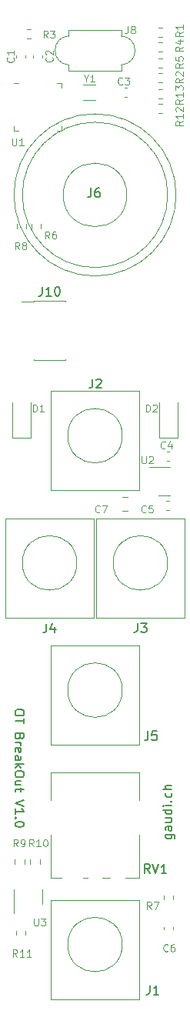
<source format=gbr>
%TF.GenerationSoftware,KiCad,Pcbnew,6.0.11-2627ca5db0~126~ubuntu22.04.1*%
%TF.CreationDate,2023-05-04T09:26:43+02:00*%
%TF.ProjectId,OTBreakOut,4f544272-6561-46b4-9f75-742e6b696361,rev?*%
%TF.SameCoordinates,Original*%
%TF.FileFunction,Legend,Top*%
%TF.FilePolarity,Positive*%
%FSLAX46Y46*%
G04 Gerber Fmt 4.6, Leading zero omitted, Abs format (unit mm)*
G04 Created by KiCad (PCBNEW 6.0.11-2627ca5db0~126~ubuntu22.04.1) date 2023-05-04 09:26:43*
%MOMM*%
%LPD*%
G01*
G04 APERTURE LIST*
%ADD10C,0.150000*%
%ADD11C,0.120000*%
G04 APERTURE END LIST*
D10*
X92197619Y-132385714D02*
X92197619Y-132576190D01*
X92150000Y-132671428D01*
X92054761Y-132766666D01*
X91864285Y-132814285D01*
X91530952Y-132814285D01*
X91340476Y-132766666D01*
X91245238Y-132671428D01*
X91197619Y-132576190D01*
X91197619Y-132385714D01*
X91245238Y-132290476D01*
X91340476Y-132195238D01*
X91530952Y-132147619D01*
X91864285Y-132147619D01*
X92054761Y-132195238D01*
X92150000Y-132290476D01*
X92197619Y-132385714D01*
X92197619Y-133100000D02*
X92197619Y-133671428D01*
X91197619Y-133385714D02*
X92197619Y-133385714D01*
X91721428Y-135100000D02*
X91673809Y-135242857D01*
X91626190Y-135290476D01*
X91530952Y-135338095D01*
X91388095Y-135338095D01*
X91292857Y-135290476D01*
X91245238Y-135242857D01*
X91197619Y-135147619D01*
X91197619Y-134766666D01*
X92197619Y-134766666D01*
X92197619Y-135100000D01*
X92150000Y-135195238D01*
X92102380Y-135242857D01*
X92007142Y-135290476D01*
X91911904Y-135290476D01*
X91816666Y-135242857D01*
X91769047Y-135195238D01*
X91721428Y-135100000D01*
X91721428Y-134766666D01*
X91197619Y-135766666D02*
X91864285Y-135766666D01*
X91673809Y-135766666D02*
X91769047Y-135814285D01*
X91816666Y-135861904D01*
X91864285Y-135957142D01*
X91864285Y-136052380D01*
X91245238Y-136766666D02*
X91197619Y-136671428D01*
X91197619Y-136480952D01*
X91245238Y-136385714D01*
X91340476Y-136338095D01*
X91721428Y-136338095D01*
X91816666Y-136385714D01*
X91864285Y-136480952D01*
X91864285Y-136671428D01*
X91816666Y-136766666D01*
X91721428Y-136814285D01*
X91626190Y-136814285D01*
X91530952Y-136338095D01*
X91197619Y-137671428D02*
X91721428Y-137671428D01*
X91816666Y-137623809D01*
X91864285Y-137528571D01*
X91864285Y-137338095D01*
X91816666Y-137242857D01*
X91245238Y-137671428D02*
X91197619Y-137576190D01*
X91197619Y-137338095D01*
X91245238Y-137242857D01*
X91340476Y-137195238D01*
X91435714Y-137195238D01*
X91530952Y-137242857D01*
X91578571Y-137338095D01*
X91578571Y-137576190D01*
X91626190Y-137671428D01*
X91197619Y-138147619D02*
X92197619Y-138147619D01*
X91578571Y-138242857D02*
X91197619Y-138528571D01*
X91864285Y-138528571D02*
X91483333Y-138147619D01*
X92197619Y-139147619D02*
X92197619Y-139338095D01*
X92150000Y-139433333D01*
X92054761Y-139528571D01*
X91864285Y-139576190D01*
X91530952Y-139576190D01*
X91340476Y-139528571D01*
X91245238Y-139433333D01*
X91197619Y-139338095D01*
X91197619Y-139147619D01*
X91245238Y-139052380D01*
X91340476Y-138957142D01*
X91530952Y-138909523D01*
X91864285Y-138909523D01*
X92054761Y-138957142D01*
X92150000Y-139052380D01*
X92197619Y-139147619D01*
X91864285Y-140433333D02*
X91197619Y-140433333D01*
X91864285Y-140004761D02*
X91340476Y-140004761D01*
X91245238Y-140052380D01*
X91197619Y-140147619D01*
X91197619Y-140290476D01*
X91245238Y-140385714D01*
X91292857Y-140433333D01*
X91864285Y-140766666D02*
X91864285Y-141147619D01*
X92197619Y-140909523D02*
X91340476Y-140909523D01*
X91245238Y-140957142D01*
X91197619Y-141052380D01*
X91197619Y-141147619D01*
X92197619Y-142100000D02*
X91197619Y-142433333D01*
X92197619Y-142766666D01*
X91197619Y-143623809D02*
X91197619Y-143052380D01*
X91197619Y-143338095D02*
X92197619Y-143338095D01*
X92054761Y-143242857D01*
X91959523Y-143147619D01*
X91911904Y-143052380D01*
X91292857Y-144052380D02*
X91245238Y-144100000D01*
X91197619Y-144052380D01*
X91245238Y-144004761D01*
X91292857Y-144052380D01*
X91197619Y-144052380D01*
X92197619Y-144719047D02*
X92197619Y-144814285D01*
X92150000Y-144909523D01*
X92102380Y-144957142D01*
X92007142Y-145004761D01*
X91816666Y-145052380D01*
X91578571Y-145052380D01*
X91388095Y-145004761D01*
X91292857Y-144957142D01*
X91245238Y-144909523D01*
X91197619Y-144814285D01*
X91197619Y-144719047D01*
X91245238Y-144623809D01*
X91292857Y-144576190D01*
X91388095Y-144528571D01*
X91578571Y-144480952D01*
X91816666Y-144480952D01*
X92007142Y-144528571D01*
X92102380Y-144576190D01*
X92150000Y-144623809D01*
X92197619Y-144719047D01*
X107785714Y-145900000D02*
X108595238Y-145900000D01*
X108690476Y-145947619D01*
X108738095Y-145995238D01*
X108785714Y-146090476D01*
X108785714Y-146233333D01*
X108738095Y-146328571D01*
X108404761Y-145900000D02*
X108452380Y-145995238D01*
X108452380Y-146185714D01*
X108404761Y-146280952D01*
X108357142Y-146328571D01*
X108261904Y-146376190D01*
X107976190Y-146376190D01*
X107880952Y-146328571D01*
X107833333Y-146280952D01*
X107785714Y-146185714D01*
X107785714Y-145995238D01*
X107833333Y-145900000D01*
X108452380Y-144995238D02*
X107928571Y-144995238D01*
X107833333Y-145042857D01*
X107785714Y-145138095D01*
X107785714Y-145328571D01*
X107833333Y-145423809D01*
X108404761Y-144995238D02*
X108452380Y-145090476D01*
X108452380Y-145328571D01*
X108404761Y-145423809D01*
X108309523Y-145471428D01*
X108214285Y-145471428D01*
X108119047Y-145423809D01*
X108071428Y-145328571D01*
X108071428Y-145090476D01*
X108023809Y-144995238D01*
X107785714Y-144090476D02*
X108452380Y-144090476D01*
X107785714Y-144519047D02*
X108309523Y-144519047D01*
X108404761Y-144471428D01*
X108452380Y-144376190D01*
X108452380Y-144233333D01*
X108404761Y-144138095D01*
X108357142Y-144090476D01*
X108452380Y-143185714D02*
X107452380Y-143185714D01*
X108404761Y-143185714D02*
X108452380Y-143280952D01*
X108452380Y-143471428D01*
X108404761Y-143566666D01*
X108357142Y-143614285D01*
X108261904Y-143661904D01*
X107976190Y-143661904D01*
X107880952Y-143614285D01*
X107833333Y-143566666D01*
X107785714Y-143471428D01*
X107785714Y-143280952D01*
X107833333Y-143185714D01*
X108452380Y-142709523D02*
X107785714Y-142709523D01*
X107452380Y-142709523D02*
X107500000Y-142757142D01*
X107547619Y-142709523D01*
X107500000Y-142661904D01*
X107452380Y-142709523D01*
X107547619Y-142709523D01*
X108357142Y-142233333D02*
X108404761Y-142185714D01*
X108452380Y-142233333D01*
X108404761Y-142280952D01*
X108357142Y-142233333D01*
X108452380Y-142233333D01*
X108404761Y-141328571D02*
X108452380Y-141423809D01*
X108452380Y-141614285D01*
X108404761Y-141709523D01*
X108357142Y-141757142D01*
X108261904Y-141804761D01*
X107976190Y-141804761D01*
X107880952Y-141757142D01*
X107833333Y-141709523D01*
X107785714Y-141614285D01*
X107785714Y-141423809D01*
X107833333Y-141328571D01*
X108452380Y-140900000D02*
X107452380Y-140900000D01*
X108452380Y-140471428D02*
X107928571Y-140471428D01*
X107833333Y-140519047D01*
X107785714Y-140614285D01*
X107785714Y-140757142D01*
X107833333Y-140852380D01*
X107880952Y-140900000D01*
D11*
%TO.C,U1*%
X90890476Y-69261904D02*
X90890476Y-69909523D01*
X90928571Y-69985714D01*
X90966666Y-70023809D01*
X91042857Y-70061904D01*
X91195238Y-70061904D01*
X91271428Y-70023809D01*
X91309523Y-69985714D01*
X91347619Y-69909523D01*
X91347619Y-69261904D01*
X92147619Y-70061904D02*
X91690476Y-70061904D01*
X91919047Y-70061904D02*
X91919047Y-69261904D01*
X91842857Y-69376190D01*
X91766666Y-69452380D01*
X91690476Y-69490476D01*
%TO.C,R1*%
X109661904Y-57553333D02*
X109280952Y-57820000D01*
X109661904Y-58010476D02*
X108861904Y-58010476D01*
X108861904Y-57705714D01*
X108900000Y-57629523D01*
X108938095Y-57591428D01*
X109014285Y-57553333D01*
X109128571Y-57553333D01*
X109204761Y-57591428D01*
X109242857Y-57629523D01*
X109280952Y-57705714D01*
X109280952Y-58010476D01*
X109661904Y-56791428D02*
X109661904Y-57248571D01*
X109661904Y-57020000D02*
X108861904Y-57020000D01*
X108976190Y-57096190D01*
X109052380Y-57172380D01*
X109090476Y-57248571D01*
D10*
%TO.C,J10*%
X94190476Y-85617380D02*
X94190476Y-86331666D01*
X94142857Y-86474523D01*
X94047619Y-86569761D01*
X93904761Y-86617380D01*
X93809523Y-86617380D01*
X95190476Y-86617380D02*
X94619047Y-86617380D01*
X94904761Y-86617380D02*
X94904761Y-85617380D01*
X94809523Y-85760238D01*
X94714285Y-85855476D01*
X94619047Y-85903095D01*
X95809523Y-85617380D02*
X95904761Y-85617380D01*
X96000000Y-85665000D01*
X96047619Y-85712619D01*
X96095238Y-85807857D01*
X96142857Y-85998333D01*
X96142857Y-86236428D01*
X96095238Y-86426904D01*
X96047619Y-86522142D01*
X96000000Y-86569761D01*
X95904761Y-86617380D01*
X95809523Y-86617380D01*
X95714285Y-86569761D01*
X95666666Y-86522142D01*
X95619047Y-86426904D01*
X95571428Y-86236428D01*
X95571428Y-85998333D01*
X95619047Y-85807857D01*
X95666666Y-85712619D01*
X95714285Y-85665000D01*
X95809523Y-85617380D01*
D11*
%TO.C,Y1*%
X99019047Y-62680952D02*
X99019047Y-63061904D01*
X98752380Y-62261904D02*
X99019047Y-62680952D01*
X99285714Y-62261904D01*
X99971428Y-63061904D02*
X99514285Y-63061904D01*
X99742857Y-63061904D02*
X99742857Y-62261904D01*
X99666666Y-62376190D01*
X99590476Y-62452380D01*
X99514285Y-62490476D01*
D10*
%TO.C,RV1*%
X106054761Y-150152380D02*
X105721428Y-149676190D01*
X105483333Y-150152380D02*
X105483333Y-149152380D01*
X105864285Y-149152380D01*
X105959523Y-149200000D01*
X106007142Y-149247619D01*
X106054761Y-149342857D01*
X106054761Y-149485714D01*
X106007142Y-149580952D01*
X105959523Y-149628571D01*
X105864285Y-149676190D01*
X105483333Y-149676190D01*
X106340476Y-149152380D02*
X106673809Y-150152380D01*
X107007142Y-149152380D01*
X107864285Y-150152380D02*
X107292857Y-150152380D01*
X107578571Y-150152380D02*
X107578571Y-149152380D01*
X107483333Y-149295238D01*
X107388095Y-149390476D01*
X107292857Y-149438095D01*
D11*
%TO.C,C2*%
X95265714Y-60363333D02*
X95303809Y-60401428D01*
X95341904Y-60515714D01*
X95341904Y-60591904D01*
X95303809Y-60706190D01*
X95227619Y-60782380D01*
X95151428Y-60820476D01*
X94999047Y-60858571D01*
X94884761Y-60858571D01*
X94732380Y-60820476D01*
X94656190Y-60782380D01*
X94580000Y-60706190D01*
X94541904Y-60591904D01*
X94541904Y-60515714D01*
X94580000Y-60401428D01*
X94618095Y-60363333D01*
X94618095Y-60058571D02*
X94580000Y-60020476D01*
X94541904Y-59944285D01*
X94541904Y-59753809D01*
X94580000Y-59677619D01*
X94618095Y-59639523D01*
X94694285Y-59601428D01*
X94770476Y-59601428D01*
X94884761Y-59639523D01*
X95341904Y-60096666D01*
X95341904Y-59601428D01*
%TO.C,C3*%
X103026666Y-63285714D02*
X102988571Y-63323809D01*
X102874285Y-63361904D01*
X102798095Y-63361904D01*
X102683809Y-63323809D01*
X102607619Y-63247619D01*
X102569523Y-63171428D01*
X102531428Y-63019047D01*
X102531428Y-62904761D01*
X102569523Y-62752380D01*
X102607619Y-62676190D01*
X102683809Y-62600000D01*
X102798095Y-62561904D01*
X102874285Y-62561904D01*
X102988571Y-62600000D01*
X103026666Y-62638095D01*
X103293333Y-62561904D02*
X103788571Y-62561904D01*
X103521904Y-62866666D01*
X103636190Y-62866666D01*
X103712380Y-62904761D01*
X103750476Y-62942857D01*
X103788571Y-63019047D01*
X103788571Y-63209523D01*
X103750476Y-63285714D01*
X103712380Y-63323809D01*
X103636190Y-63361904D01*
X103407619Y-63361904D01*
X103331428Y-63323809D01*
X103293333Y-63285714D01*
%TO.C,C4*%
X107716666Y-103335714D02*
X107678571Y-103373809D01*
X107564285Y-103411904D01*
X107488095Y-103411904D01*
X107373809Y-103373809D01*
X107297619Y-103297619D01*
X107259523Y-103221428D01*
X107221428Y-103069047D01*
X107221428Y-102954761D01*
X107259523Y-102802380D01*
X107297619Y-102726190D01*
X107373809Y-102650000D01*
X107488095Y-102611904D01*
X107564285Y-102611904D01*
X107678571Y-102650000D01*
X107716666Y-102688095D01*
X108402380Y-102878571D02*
X108402380Y-103411904D01*
X108211904Y-102573809D02*
X108021428Y-103145238D01*
X108516666Y-103145238D01*
D10*
%TO.C,J6*%
X99566666Y-74752380D02*
X99566666Y-75466666D01*
X99519047Y-75609523D01*
X99423809Y-75704761D01*
X99280952Y-75752380D01*
X99185714Y-75752380D01*
X100471428Y-74752380D02*
X100280952Y-74752380D01*
X100185714Y-74800000D01*
X100138095Y-74847619D01*
X100042857Y-74990476D01*
X99995238Y-75180952D01*
X99995238Y-75561904D01*
X100042857Y-75657142D01*
X100090476Y-75704761D01*
X100185714Y-75752380D01*
X100376190Y-75752380D01*
X100471428Y-75704761D01*
X100519047Y-75657142D01*
X100566666Y-75561904D01*
X100566666Y-75323809D01*
X100519047Y-75228571D01*
X100471428Y-75180952D01*
X100376190Y-75133333D01*
X100185714Y-75133333D01*
X100090476Y-75180952D01*
X100042857Y-75228571D01*
X99995238Y-75323809D01*
%TO.C,J4*%
X94636666Y-122682380D02*
X94636666Y-123396666D01*
X94589047Y-123539523D01*
X94493809Y-123634761D01*
X94350952Y-123682380D01*
X94255714Y-123682380D01*
X95541428Y-123015714D02*
X95541428Y-123682380D01*
X95303333Y-122634761D02*
X95065238Y-123349047D01*
X95684285Y-123349047D01*
D11*
%TO.C,D2*%
X105609523Y-99361904D02*
X105609523Y-98561904D01*
X105800000Y-98561904D01*
X105914285Y-98600000D01*
X105990476Y-98676190D01*
X106028571Y-98752380D01*
X106066666Y-98904761D01*
X106066666Y-99019047D01*
X106028571Y-99171428D01*
X105990476Y-99247619D01*
X105914285Y-99323809D01*
X105800000Y-99361904D01*
X105609523Y-99361904D01*
X106371428Y-98638095D02*
X106409523Y-98600000D01*
X106485714Y-98561904D01*
X106676190Y-98561904D01*
X106752380Y-98600000D01*
X106790476Y-98638095D01*
X106828571Y-98714285D01*
X106828571Y-98790476D01*
X106790476Y-98904761D01*
X106333333Y-99361904D01*
X106828571Y-99361904D01*
%TO.C,R5*%
X109661904Y-61023333D02*
X109280952Y-61290000D01*
X109661904Y-61480476D02*
X108861904Y-61480476D01*
X108861904Y-61175714D01*
X108900000Y-61099523D01*
X108938095Y-61061428D01*
X109014285Y-61023333D01*
X109128571Y-61023333D01*
X109204761Y-61061428D01*
X109242857Y-61099523D01*
X109280952Y-61175714D01*
X109280952Y-61480476D01*
X108861904Y-60299523D02*
X108861904Y-60680476D01*
X109242857Y-60718571D01*
X109204761Y-60680476D01*
X109166666Y-60604285D01*
X109166666Y-60413809D01*
X109204761Y-60337619D01*
X109242857Y-60299523D01*
X109319047Y-60261428D01*
X109509523Y-60261428D01*
X109585714Y-60299523D01*
X109623809Y-60337619D01*
X109661904Y-60413809D01*
X109661904Y-60604285D01*
X109623809Y-60680476D01*
X109585714Y-60718571D01*
%TO.C,R10*%
X93235714Y-147211904D02*
X92969047Y-146830952D01*
X92778571Y-147211904D02*
X92778571Y-146411904D01*
X93083333Y-146411904D01*
X93159523Y-146450000D01*
X93197619Y-146488095D01*
X93235714Y-146564285D01*
X93235714Y-146678571D01*
X93197619Y-146754761D01*
X93159523Y-146792857D01*
X93083333Y-146830952D01*
X92778571Y-146830952D01*
X93997619Y-147211904D02*
X93540476Y-147211904D01*
X93769047Y-147211904D02*
X93769047Y-146411904D01*
X93692857Y-146526190D01*
X93616666Y-146602380D01*
X93540476Y-146640476D01*
X94492857Y-146411904D02*
X94569047Y-146411904D01*
X94645238Y-146450000D01*
X94683333Y-146488095D01*
X94721428Y-146564285D01*
X94759523Y-146716666D01*
X94759523Y-146907142D01*
X94721428Y-147059523D01*
X94683333Y-147135714D01*
X94645238Y-147173809D01*
X94569047Y-147211904D01*
X94492857Y-147211904D01*
X94416666Y-147173809D01*
X94378571Y-147135714D01*
X94340476Y-147059523D01*
X94302380Y-146907142D01*
X94302380Y-146716666D01*
X94340476Y-146564285D01*
X94378571Y-146488095D01*
X94416666Y-146450000D01*
X94492857Y-146411904D01*
%TO.C,C5*%
X105616666Y-110385714D02*
X105578571Y-110423809D01*
X105464285Y-110461904D01*
X105388095Y-110461904D01*
X105273809Y-110423809D01*
X105197619Y-110347619D01*
X105159523Y-110271428D01*
X105121428Y-110119047D01*
X105121428Y-110004761D01*
X105159523Y-109852380D01*
X105197619Y-109776190D01*
X105273809Y-109700000D01*
X105388095Y-109661904D01*
X105464285Y-109661904D01*
X105578571Y-109700000D01*
X105616666Y-109738095D01*
X106340476Y-109661904D02*
X105959523Y-109661904D01*
X105921428Y-110042857D01*
X105959523Y-110004761D01*
X106035714Y-109966666D01*
X106226190Y-109966666D01*
X106302380Y-110004761D01*
X106340476Y-110042857D01*
X106378571Y-110119047D01*
X106378571Y-110309523D01*
X106340476Y-110385714D01*
X106302380Y-110423809D01*
X106226190Y-110461904D01*
X106035714Y-110461904D01*
X105959523Y-110423809D01*
X105921428Y-110385714D01*
%TO.C,R12*%
X109661904Y-67364285D02*
X109280952Y-67630952D01*
X109661904Y-67821428D02*
X108861904Y-67821428D01*
X108861904Y-67516666D01*
X108900000Y-67440476D01*
X108938095Y-67402380D01*
X109014285Y-67364285D01*
X109128571Y-67364285D01*
X109204761Y-67402380D01*
X109242857Y-67440476D01*
X109280952Y-67516666D01*
X109280952Y-67821428D01*
X109661904Y-66602380D02*
X109661904Y-67059523D01*
X109661904Y-66830952D02*
X108861904Y-66830952D01*
X108976190Y-66907142D01*
X109052380Y-66983333D01*
X109090476Y-67059523D01*
X108938095Y-66297619D02*
X108900000Y-66259523D01*
X108861904Y-66183333D01*
X108861904Y-65992857D01*
X108900000Y-65916666D01*
X108938095Y-65878571D01*
X109014285Y-65840476D01*
X109090476Y-65840476D01*
X109204761Y-65878571D01*
X109661904Y-66335714D01*
X109661904Y-65840476D01*
%TO.C,R7*%
X106186666Y-154111904D02*
X105920000Y-153730952D01*
X105729523Y-154111904D02*
X105729523Y-153311904D01*
X106034285Y-153311904D01*
X106110476Y-153350000D01*
X106148571Y-153388095D01*
X106186666Y-153464285D01*
X106186666Y-153578571D01*
X106148571Y-153654761D01*
X106110476Y-153692857D01*
X106034285Y-153730952D01*
X105729523Y-153730952D01*
X106453333Y-153311904D02*
X106986666Y-153311904D01*
X106643809Y-154111904D01*
%TO.C,C7*%
X100516666Y-110385714D02*
X100478571Y-110423809D01*
X100364285Y-110461904D01*
X100288095Y-110461904D01*
X100173809Y-110423809D01*
X100097619Y-110347619D01*
X100059523Y-110271428D01*
X100021428Y-110119047D01*
X100021428Y-110004761D01*
X100059523Y-109852380D01*
X100097619Y-109776190D01*
X100173809Y-109700000D01*
X100288095Y-109661904D01*
X100364285Y-109661904D01*
X100478571Y-109700000D01*
X100516666Y-109738095D01*
X100783333Y-109661904D02*
X101316666Y-109661904D01*
X100973809Y-110461904D01*
D10*
%TO.C,J1*%
X106016666Y-162502380D02*
X106016666Y-163216666D01*
X105969047Y-163359523D01*
X105873809Y-163454761D01*
X105730952Y-163502380D01*
X105635714Y-163502380D01*
X107016666Y-163502380D02*
X106445238Y-163502380D01*
X106730952Y-163502380D02*
X106730952Y-162502380D01*
X106635714Y-162645238D01*
X106540476Y-162740476D01*
X106445238Y-162788095D01*
D11*
%TO.C,R2*%
X109661904Y-62673333D02*
X109280952Y-62940000D01*
X109661904Y-63130476D02*
X108861904Y-63130476D01*
X108861904Y-62825714D01*
X108900000Y-62749523D01*
X108938095Y-62711428D01*
X109014285Y-62673333D01*
X109128571Y-62673333D01*
X109204761Y-62711428D01*
X109242857Y-62749523D01*
X109280952Y-62825714D01*
X109280952Y-63130476D01*
X108938095Y-62368571D02*
X108900000Y-62330476D01*
X108861904Y-62254285D01*
X108861904Y-62063809D01*
X108900000Y-61987619D01*
X108938095Y-61949523D01*
X109014285Y-61911428D01*
X109090476Y-61911428D01*
X109204761Y-61949523D01*
X109661904Y-62406666D01*
X109661904Y-61911428D01*
%TO.C,U3*%
X93290476Y-155111904D02*
X93290476Y-155759523D01*
X93328571Y-155835714D01*
X93366666Y-155873809D01*
X93442857Y-155911904D01*
X93595238Y-155911904D01*
X93671428Y-155873809D01*
X93709523Y-155835714D01*
X93747619Y-155759523D01*
X93747619Y-155111904D01*
X94052380Y-155111904D02*
X94547619Y-155111904D01*
X94280952Y-155416666D01*
X94395238Y-155416666D01*
X94471428Y-155454761D01*
X94509523Y-155492857D01*
X94547619Y-155569047D01*
X94547619Y-155759523D01*
X94509523Y-155835714D01*
X94471428Y-155873809D01*
X94395238Y-155911904D01*
X94166666Y-155911904D01*
X94090476Y-155873809D01*
X94052380Y-155835714D01*
%TO.C,R4*%
X109661904Y-59183333D02*
X109280952Y-59450000D01*
X109661904Y-59640476D02*
X108861904Y-59640476D01*
X108861904Y-59335714D01*
X108900000Y-59259523D01*
X108938095Y-59221428D01*
X109014285Y-59183333D01*
X109128571Y-59183333D01*
X109204761Y-59221428D01*
X109242857Y-59259523D01*
X109280952Y-59335714D01*
X109280952Y-59640476D01*
X109128571Y-58497619D02*
X109661904Y-58497619D01*
X108823809Y-58688095D02*
X109395238Y-58878571D01*
X109395238Y-58383333D01*
%TO.C,C6*%
X108016666Y-158685714D02*
X107978571Y-158723809D01*
X107864285Y-158761904D01*
X107788095Y-158761904D01*
X107673809Y-158723809D01*
X107597619Y-158647619D01*
X107559523Y-158571428D01*
X107521428Y-158419047D01*
X107521428Y-158304761D01*
X107559523Y-158152380D01*
X107597619Y-158076190D01*
X107673809Y-158000000D01*
X107788095Y-157961904D01*
X107864285Y-157961904D01*
X107978571Y-158000000D01*
X108016666Y-158038095D01*
X108702380Y-157961904D02*
X108550000Y-157961904D01*
X108473809Y-158000000D01*
X108435714Y-158038095D01*
X108359523Y-158152380D01*
X108321428Y-158304761D01*
X108321428Y-158609523D01*
X108359523Y-158685714D01*
X108397619Y-158723809D01*
X108473809Y-158761904D01*
X108626190Y-158761904D01*
X108702380Y-158723809D01*
X108740476Y-158685714D01*
X108778571Y-158609523D01*
X108778571Y-158419047D01*
X108740476Y-158342857D01*
X108702380Y-158304761D01*
X108626190Y-158266666D01*
X108473809Y-158266666D01*
X108397619Y-158304761D01*
X108359523Y-158342857D01*
X108321428Y-158419047D01*
D10*
%TO.C,J5*%
X105826666Y-134522380D02*
X105826666Y-135236666D01*
X105779047Y-135379523D01*
X105683809Y-135474761D01*
X105540952Y-135522380D01*
X105445714Y-135522380D01*
X106779047Y-134522380D02*
X106302857Y-134522380D01*
X106255238Y-134998571D01*
X106302857Y-134950952D01*
X106398095Y-134903333D01*
X106636190Y-134903333D01*
X106731428Y-134950952D01*
X106779047Y-134998571D01*
X106826666Y-135093809D01*
X106826666Y-135331904D01*
X106779047Y-135427142D01*
X106731428Y-135474761D01*
X106636190Y-135522380D01*
X106398095Y-135522380D01*
X106302857Y-135474761D01*
X106255238Y-135427142D01*
D11*
%TO.C,D1*%
X93159523Y-99361904D02*
X93159523Y-98561904D01*
X93350000Y-98561904D01*
X93464285Y-98600000D01*
X93540476Y-98676190D01*
X93578571Y-98752380D01*
X93616666Y-98904761D01*
X93616666Y-99019047D01*
X93578571Y-99171428D01*
X93540476Y-99247619D01*
X93464285Y-99323809D01*
X93350000Y-99361904D01*
X93159523Y-99361904D01*
X94378571Y-99361904D02*
X93921428Y-99361904D01*
X94150000Y-99361904D02*
X94150000Y-98561904D01*
X94073809Y-98676190D01*
X93997619Y-98752380D01*
X93921428Y-98790476D01*
%TO.C,C1*%
X91005714Y-60383333D02*
X91043809Y-60421428D01*
X91081904Y-60535714D01*
X91081904Y-60611904D01*
X91043809Y-60726190D01*
X90967619Y-60802380D01*
X90891428Y-60840476D01*
X90739047Y-60878571D01*
X90624761Y-60878571D01*
X90472380Y-60840476D01*
X90396190Y-60802380D01*
X90320000Y-60726190D01*
X90281904Y-60611904D01*
X90281904Y-60535714D01*
X90320000Y-60421428D01*
X90358095Y-60383333D01*
X91081904Y-59621428D02*
X91081904Y-60078571D01*
X91081904Y-59850000D02*
X90281904Y-59850000D01*
X90396190Y-59926190D01*
X90472380Y-60002380D01*
X90510476Y-60078571D01*
%TO.C,U2*%
X105140476Y-104261904D02*
X105140476Y-104909523D01*
X105178571Y-104985714D01*
X105216666Y-105023809D01*
X105292857Y-105061904D01*
X105445238Y-105061904D01*
X105521428Y-105023809D01*
X105559523Y-104985714D01*
X105597619Y-104909523D01*
X105597619Y-104261904D01*
X105940476Y-104338095D02*
X105978571Y-104300000D01*
X106054761Y-104261904D01*
X106245238Y-104261904D01*
X106321428Y-104300000D01*
X106359523Y-104338095D01*
X106397619Y-104414285D01*
X106397619Y-104490476D01*
X106359523Y-104604761D01*
X105902380Y-105061904D01*
X106397619Y-105061904D01*
%TO.C,R13*%
X109661904Y-64984285D02*
X109280952Y-65250952D01*
X109661904Y-65441428D02*
X108861904Y-65441428D01*
X108861904Y-65136666D01*
X108900000Y-65060476D01*
X108938095Y-65022380D01*
X109014285Y-64984285D01*
X109128571Y-64984285D01*
X109204761Y-65022380D01*
X109242857Y-65060476D01*
X109280952Y-65136666D01*
X109280952Y-65441428D01*
X109661904Y-64222380D02*
X109661904Y-64679523D01*
X109661904Y-64450952D02*
X108861904Y-64450952D01*
X108976190Y-64527142D01*
X109052380Y-64603333D01*
X109090476Y-64679523D01*
X108861904Y-63955714D02*
X108861904Y-63460476D01*
X109166666Y-63727142D01*
X109166666Y-63612857D01*
X109204761Y-63536666D01*
X109242857Y-63498571D01*
X109319047Y-63460476D01*
X109509523Y-63460476D01*
X109585714Y-63498571D01*
X109623809Y-63536666D01*
X109661904Y-63612857D01*
X109661904Y-63841428D01*
X109623809Y-63917619D01*
X109585714Y-63955714D01*
D10*
%TO.C,J3*%
X104676666Y-122652380D02*
X104676666Y-123366666D01*
X104629047Y-123509523D01*
X104533809Y-123604761D01*
X104390952Y-123652380D01*
X104295714Y-123652380D01*
X105057619Y-122652380D02*
X105676666Y-122652380D01*
X105343333Y-123033333D01*
X105486190Y-123033333D01*
X105581428Y-123080952D01*
X105629047Y-123128571D01*
X105676666Y-123223809D01*
X105676666Y-123461904D01*
X105629047Y-123557142D01*
X105581428Y-123604761D01*
X105486190Y-123652380D01*
X105200476Y-123652380D01*
X105105238Y-123604761D01*
X105057619Y-123557142D01*
D11*
%TO.C,R11*%
X91435714Y-159361904D02*
X91169047Y-158980952D01*
X90978571Y-159361904D02*
X90978571Y-158561904D01*
X91283333Y-158561904D01*
X91359523Y-158600000D01*
X91397619Y-158638095D01*
X91435714Y-158714285D01*
X91435714Y-158828571D01*
X91397619Y-158904761D01*
X91359523Y-158942857D01*
X91283333Y-158980952D01*
X90978571Y-158980952D01*
X92197619Y-159361904D02*
X91740476Y-159361904D01*
X91969047Y-159361904D02*
X91969047Y-158561904D01*
X91892857Y-158676190D01*
X91816666Y-158752380D01*
X91740476Y-158790476D01*
X92959523Y-159361904D02*
X92502380Y-159361904D01*
X92730952Y-159361904D02*
X92730952Y-158561904D01*
X92654761Y-158676190D01*
X92578571Y-158752380D01*
X92502380Y-158790476D01*
%TO.C,R6*%
X94966666Y-80311904D02*
X94700000Y-79930952D01*
X94509523Y-80311904D02*
X94509523Y-79511904D01*
X94814285Y-79511904D01*
X94890476Y-79550000D01*
X94928571Y-79588095D01*
X94966666Y-79664285D01*
X94966666Y-79778571D01*
X94928571Y-79854761D01*
X94890476Y-79892857D01*
X94814285Y-79930952D01*
X94509523Y-79930952D01*
X95652380Y-79511904D02*
X95500000Y-79511904D01*
X95423809Y-79550000D01*
X95385714Y-79588095D01*
X95309523Y-79702380D01*
X95271428Y-79854761D01*
X95271428Y-80159523D01*
X95309523Y-80235714D01*
X95347619Y-80273809D01*
X95423809Y-80311904D01*
X95576190Y-80311904D01*
X95652380Y-80273809D01*
X95690476Y-80235714D01*
X95728571Y-80159523D01*
X95728571Y-79969047D01*
X95690476Y-79892857D01*
X95652380Y-79854761D01*
X95576190Y-79816666D01*
X95423809Y-79816666D01*
X95347619Y-79854761D01*
X95309523Y-79892857D01*
X95271428Y-79969047D01*
D10*
%TO.C,J2*%
X99716666Y-95752380D02*
X99716666Y-96466666D01*
X99669047Y-96609523D01*
X99573809Y-96704761D01*
X99430952Y-96752380D01*
X99335714Y-96752380D01*
X100145238Y-95847619D02*
X100192857Y-95800000D01*
X100288095Y-95752380D01*
X100526190Y-95752380D01*
X100621428Y-95800000D01*
X100669047Y-95847619D01*
X100716666Y-95942857D01*
X100716666Y-96038095D01*
X100669047Y-96180952D01*
X100097619Y-96752380D01*
X100716666Y-96752380D01*
D11*
%TO.C,R8*%
X91666666Y-81511904D02*
X91400000Y-81130952D01*
X91209523Y-81511904D02*
X91209523Y-80711904D01*
X91514285Y-80711904D01*
X91590476Y-80750000D01*
X91628571Y-80788095D01*
X91666666Y-80864285D01*
X91666666Y-80978571D01*
X91628571Y-81054761D01*
X91590476Y-81092857D01*
X91514285Y-81130952D01*
X91209523Y-81130952D01*
X92123809Y-81054761D02*
X92047619Y-81016666D01*
X92009523Y-80978571D01*
X91971428Y-80902380D01*
X91971428Y-80864285D01*
X92009523Y-80788095D01*
X92047619Y-80750000D01*
X92123809Y-80711904D01*
X92276190Y-80711904D01*
X92352380Y-80750000D01*
X92390476Y-80788095D01*
X92428571Y-80864285D01*
X92428571Y-80902380D01*
X92390476Y-80978571D01*
X92352380Y-81016666D01*
X92276190Y-81054761D01*
X92123809Y-81054761D01*
X92047619Y-81092857D01*
X92009523Y-81130952D01*
X91971428Y-81207142D01*
X91971428Y-81359523D01*
X92009523Y-81435714D01*
X92047619Y-81473809D01*
X92123809Y-81511904D01*
X92276190Y-81511904D01*
X92352380Y-81473809D01*
X92390476Y-81435714D01*
X92428571Y-81359523D01*
X92428571Y-81207142D01*
X92390476Y-81130952D01*
X92352380Y-81092857D01*
X92276190Y-81054761D01*
%TO.C,R9*%
X91516666Y-147211904D02*
X91250000Y-146830952D01*
X91059523Y-147211904D02*
X91059523Y-146411904D01*
X91364285Y-146411904D01*
X91440476Y-146450000D01*
X91478571Y-146488095D01*
X91516666Y-146564285D01*
X91516666Y-146678571D01*
X91478571Y-146754761D01*
X91440476Y-146792857D01*
X91364285Y-146830952D01*
X91059523Y-146830952D01*
X91897619Y-147211904D02*
X92050000Y-147211904D01*
X92126190Y-147173809D01*
X92164285Y-147135714D01*
X92240476Y-147021428D01*
X92278571Y-146869047D01*
X92278571Y-146564285D01*
X92240476Y-146488095D01*
X92202380Y-146450000D01*
X92126190Y-146411904D01*
X91973809Y-146411904D01*
X91897619Y-146450000D01*
X91859523Y-146488095D01*
X91821428Y-146564285D01*
X91821428Y-146754761D01*
X91859523Y-146830952D01*
X91897619Y-146869047D01*
X91973809Y-146907142D01*
X92126190Y-146907142D01*
X92202380Y-146869047D01*
X92240476Y-146830952D01*
X92278571Y-146754761D01*
%TO.C,R3*%
X94786666Y-58231904D02*
X94520000Y-57850952D01*
X94329523Y-58231904D02*
X94329523Y-57431904D01*
X94634285Y-57431904D01*
X94710476Y-57470000D01*
X94748571Y-57508095D01*
X94786666Y-57584285D01*
X94786666Y-57698571D01*
X94748571Y-57774761D01*
X94710476Y-57812857D01*
X94634285Y-57850952D01*
X94329523Y-57850952D01*
X95053333Y-57431904D02*
X95548571Y-57431904D01*
X95281904Y-57736666D01*
X95396190Y-57736666D01*
X95472380Y-57774761D01*
X95510476Y-57812857D01*
X95548571Y-57889047D01*
X95548571Y-58079523D01*
X95510476Y-58155714D01*
X95472380Y-58193809D01*
X95396190Y-58231904D01*
X95167619Y-58231904D01*
X95091428Y-58193809D01*
X95053333Y-58155714D01*
%TO.C,J8*%
X103603333Y-56931904D02*
X103603333Y-57503333D01*
X103565238Y-57617619D01*
X103489047Y-57693809D01*
X103374761Y-57731904D01*
X103298571Y-57731904D01*
X104098571Y-57274761D02*
X104022380Y-57236666D01*
X103984285Y-57198571D01*
X103946190Y-57122380D01*
X103946190Y-57084285D01*
X103984285Y-57008095D01*
X104022380Y-56970000D01*
X104098571Y-56931904D01*
X104250952Y-56931904D01*
X104327142Y-56970000D01*
X104365238Y-57008095D01*
X104403333Y-57084285D01*
X104403333Y-57122380D01*
X104365238Y-57198571D01*
X104327142Y-57236666D01*
X104250952Y-57274761D01*
X104098571Y-57274761D01*
X104022380Y-57312857D01*
X103984285Y-57350952D01*
X103946190Y-57427142D01*
X103946190Y-57579523D01*
X103984285Y-57655714D01*
X104022380Y-57693809D01*
X104098571Y-57731904D01*
X104250952Y-57731904D01*
X104327142Y-57693809D01*
X104365238Y-57655714D01*
X104403333Y-57579523D01*
X104403333Y-57427142D01*
X104365238Y-57350952D01*
X104327142Y-57312857D01*
X104250952Y-57274761D01*
%TO.C,U1*%
X91090000Y-68410000D02*
X91090000Y-67935000D01*
X95835000Y-68410000D02*
X96310000Y-68410000D01*
X95835000Y-63190000D02*
X96310000Y-63190000D01*
X91565000Y-68410000D02*
X91090000Y-68410000D01*
X91565000Y-63190000D02*
X91090000Y-63190000D01*
X96310000Y-68410000D02*
X96310000Y-67935000D01*
X96310000Y-63190000D02*
X96310000Y-63665000D01*
%TO.C,R1*%
X106962742Y-57077500D02*
X107437258Y-57077500D01*
X106962742Y-58122500D02*
X107437258Y-58122500D01*
%TO.C,J10*%
X93235000Y-87165000D02*
X93235000Y-87230000D01*
X96765000Y-93570000D02*
X96765000Y-93635000D01*
X93235000Y-93635000D02*
X96765000Y-93635000D01*
X91910000Y-87230000D02*
X93235000Y-87230000D01*
X96765000Y-87165000D02*
X96765000Y-87230000D01*
X93235000Y-87165000D02*
X96765000Y-87165000D01*
X93235000Y-93570000D02*
X93235000Y-93635000D01*
%TO.C,Y1*%
X98725000Y-63325000D02*
X100075000Y-63325000D01*
X98725000Y-65075000D02*
X100075000Y-65075000D01*
%TO.C,RV1*%
X99210000Y-150620000D02*
X98680000Y-150620000D01*
X104870000Y-139030000D02*
X95130000Y-139030000D01*
X101660000Y-150620000D02*
X100830000Y-150620000D01*
X104870000Y-142090000D02*
X104870000Y-139030000D01*
X96310000Y-150620000D02*
X95130000Y-150620000D01*
X104870000Y-150620000D02*
X103380000Y-150620000D01*
X104870000Y-150620000D02*
X104870000Y-145900000D01*
X95130000Y-142090000D02*
X95130000Y-139030000D01*
X95120000Y-150620000D02*
X95120000Y-145900000D01*
%TO.C,C2*%
X93190000Y-60440580D02*
X93190000Y-60159420D01*
X94210000Y-60440580D02*
X94210000Y-60159420D01*
%TO.C,C3*%
X103540580Y-64710000D02*
X103259420Y-64710000D01*
X103540580Y-63690000D02*
X103259420Y-63690000D01*
%TO.C,C4*%
X107884420Y-103790000D02*
X108165580Y-103790000D01*
X107884420Y-104810000D02*
X108165580Y-104810000D01*
%TO.C,J6*%
X108000000Y-75500000D02*
G75*
G03*
X108000000Y-75500000I-8000000J0D01*
G01*
X103500000Y-75500000D02*
G75*
G03*
X103500000Y-75500000I-3500000J0D01*
G01*
X108925000Y-75500000D02*
G75*
G03*
X108925000Y-75500000I-8925000J0D01*
G01*
%TO.C,J4*%
X90100000Y-111100000D02*
X99900000Y-111100000D01*
X99900000Y-122000000D02*
X90100000Y-122000000D01*
X90100000Y-122000000D02*
X90100000Y-111100000D01*
X99900000Y-111100000D02*
X99900000Y-122000000D01*
X98000000Y-116000000D02*
G75*
G03*
X98000000Y-116000000I-3000000J0D01*
G01*
%TO.C,D2*%
X107100000Y-102250000D02*
X109100000Y-102250000D01*
X107100000Y-102250000D02*
X107100000Y-98350000D01*
X109100000Y-102250000D02*
X109100000Y-98350000D01*
%TO.C,R5*%
X106962742Y-60477500D02*
X107437258Y-60477500D01*
X106962742Y-61522500D02*
X107437258Y-61522500D01*
%TO.C,R10*%
X92877500Y-148637742D02*
X92877500Y-149112258D01*
X93922500Y-148637742D02*
X93922500Y-149112258D01*
%TO.C,C5*%
X108140580Y-110210000D02*
X107859420Y-110210000D01*
X108140580Y-109190000D02*
X107859420Y-109190000D01*
%TO.C,R12*%
X106962742Y-66522500D02*
X107437258Y-66522500D01*
X106962742Y-65477500D02*
X107437258Y-65477500D01*
%TO.C,R7*%
X107577500Y-153037258D02*
X107577500Y-152562742D01*
X108622500Y-153037258D02*
X108622500Y-152562742D01*
%TO.C,C7*%
X103038748Y-110235000D02*
X103561252Y-110235000D01*
X103038748Y-108765000D02*
X103561252Y-108765000D01*
%TO.C,J1*%
X95100000Y-164000000D02*
X95100000Y-153100000D01*
X104900000Y-164000000D02*
X95100000Y-164000000D01*
X104900000Y-153100000D02*
X104900000Y-164000000D01*
X95100000Y-153100000D02*
X104900000Y-153100000D01*
X103000000Y-158000000D02*
G75*
G03*
X103000000Y-158000000I-3000000J0D01*
G01*
%TO.C,R2*%
X106962742Y-62077500D02*
X107437258Y-62077500D01*
X106962742Y-63122500D02*
X107437258Y-63122500D01*
%TO.C,U3*%
X94210000Y-152762500D02*
X94210000Y-151962500D01*
X91090000Y-152762500D02*
X91090000Y-154562500D01*
X91090000Y-152762500D02*
X91090000Y-151962500D01*
X94210000Y-152762500D02*
X94210000Y-153562500D01*
%TO.C,R4*%
X106962742Y-58677500D02*
X107437258Y-58677500D01*
X106962742Y-59722500D02*
X107437258Y-59722500D01*
%TO.C,C6*%
X107590000Y-156340580D02*
X107590000Y-156059420D01*
X108610000Y-156340580D02*
X108610000Y-156059420D01*
%TO.C,J5*%
X95100000Y-136000000D02*
X95100000Y-125100000D01*
X95100000Y-125100000D02*
X104900000Y-125100000D01*
X104900000Y-136000000D02*
X95100000Y-136000000D01*
X104900000Y-125100000D02*
X104900000Y-136000000D01*
X103000000Y-130000000D02*
G75*
G03*
X103000000Y-130000000I-3000000J0D01*
G01*
%TO.C,D1*%
X90900000Y-102250000D02*
X90900000Y-98350000D01*
X92900000Y-102250000D02*
X92900000Y-98350000D01*
X90900000Y-102250000D02*
X92900000Y-102250000D01*
%TO.C,C1*%
X92310000Y-60440580D02*
X92310000Y-60159420D01*
X91290000Y-60440580D02*
X91290000Y-60159420D01*
%TO.C,U2*%
X107600000Y-108560000D02*
X106950000Y-108560000D01*
X107600000Y-105440000D02*
X108250000Y-105440000D01*
X107600000Y-105440000D02*
X105925000Y-105440000D01*
X107600000Y-108560000D02*
X108250000Y-108560000D01*
%TO.C,R13*%
X106962742Y-64922500D02*
X107437258Y-64922500D01*
X106962742Y-63877500D02*
X107437258Y-63877500D01*
%TO.C,J3*%
X100100000Y-111100000D02*
X109900000Y-111100000D01*
X109900000Y-122000000D02*
X100100000Y-122000000D01*
X109900000Y-111100000D02*
X109900000Y-122000000D01*
X100100000Y-122000000D02*
X100100000Y-111100000D01*
X108000000Y-116000000D02*
G75*
G03*
X108000000Y-116000000I-3000000J0D01*
G01*
%TO.C,R11*%
X92322500Y-156962258D02*
X92322500Y-156487742D01*
X91277500Y-156962258D02*
X91277500Y-156487742D01*
%TO.C,R6*%
X92977500Y-79187258D02*
X92977500Y-78712742D01*
X94022500Y-79187258D02*
X94022500Y-78712742D01*
%TO.C,J2*%
X95100000Y-97100000D02*
X104900000Y-97100000D01*
X104900000Y-97100000D02*
X104900000Y-108000000D01*
X104900000Y-108000000D02*
X95100000Y-108000000D01*
X95100000Y-108000000D02*
X95100000Y-97100000D01*
X103000000Y-102000000D02*
G75*
G03*
X103000000Y-102000000I-3000000J0D01*
G01*
%TO.C,R8*%
X91377500Y-79187258D02*
X91377500Y-78712742D01*
X92422500Y-79187258D02*
X92422500Y-78712742D01*
%TO.C,R9*%
X91177500Y-149112258D02*
X91177500Y-148637742D01*
X92222500Y-149112258D02*
X92222500Y-148637742D01*
%TO.C,R3*%
X92937258Y-58322500D02*
X92462742Y-58322500D01*
X92937258Y-57277500D02*
X92462742Y-57277500D01*
%TO.C,J8*%
X97100000Y-61800000D02*
X102900000Y-61800000D01*
X102900000Y-57350000D02*
X97100000Y-57350000D01*
X97100000Y-57350000D02*
X97100000Y-58000000D01*
X102900000Y-61200000D02*
X102900000Y-61800000D01*
X102900000Y-57350000D02*
X102900000Y-58000000D01*
X97100000Y-61200000D02*
X97100000Y-61800000D01*
X102900000Y-61200000D02*
G75*
G03*
X102900000Y-58000000I-102814J1600000D01*
G01*
X97100000Y-58000000D02*
G75*
G03*
X97100000Y-61200000I102814J-1600000D01*
G01*
%TD*%
M02*

</source>
